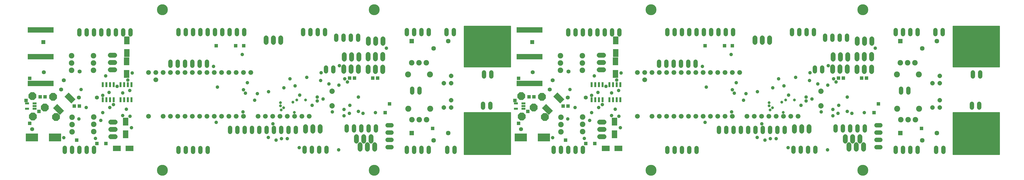
<source format=gbs>
G75*
%MOIN*%
%OFA0B0*%
%FSLAX25Y25*%
%IPPOS*%
%LPD*%
%AMOC8*
5,1,8,0,0,1.08239X$1,22.5*
%
%ADD10C,0.01600*%
%ADD11R,0.07800X0.10700*%
%ADD12R,0.10700X0.07800*%
%ADD13C,0.06800*%
%ADD14OC8,0.10800*%
%ADD15C,0.06600*%
%ADD16C,0.07550*%
%ADD17R,0.02900X0.07100*%
%ADD18C,0.07300*%
%ADD19C,0.06000*%
%ADD20R,0.16548X0.10643*%
%ADD21R,0.35800X0.07800*%
%ADD22R,0.06343X0.06343*%
%ADD23C,0.06343*%
%ADD24OC8,0.06000*%
%ADD25C,0.08200*%
%ADD26R,0.04737X0.05131*%
%ADD27R,0.07887X0.13398*%
%ADD28R,0.05524X0.03162*%
%ADD29C,0.14973*%
%ADD30C,0.04762*%
%ADD31R,0.04762X0.04762*%
%ADD32C,0.03900*%
%ADD33C,0.05550*%
%ADD34R,0.05550X0.05550*%
%ADD35R,0.03900X0.03900*%
D10*
X0719526Y0125902D02*
X0719526Y0182988D01*
X0782518Y0182988D01*
X0782518Y0125902D01*
X0719526Y0125902D01*
X0719526Y0127130D02*
X0782518Y0127130D01*
X0782518Y0128729D02*
X0719526Y0128729D01*
X0719526Y0130327D02*
X0782518Y0130327D01*
X0782518Y0131926D02*
X0719526Y0131926D01*
X0719526Y0133524D02*
X0782518Y0133524D01*
X0782518Y0135123D02*
X0719526Y0135123D01*
X0719526Y0136721D02*
X0782518Y0136721D01*
X0782518Y0138320D02*
X0719526Y0138320D01*
X0719526Y0139918D02*
X0782518Y0139918D01*
X0782518Y0141517D02*
X0719526Y0141517D01*
X0719526Y0143115D02*
X0782518Y0143115D01*
X0782518Y0144714D02*
X0719526Y0144714D01*
X0719526Y0146312D02*
X0782518Y0146312D01*
X0782518Y0147911D02*
X0719526Y0147911D01*
X0719526Y0149509D02*
X0782518Y0149509D01*
X0782518Y0151108D02*
X0719526Y0151108D01*
X0719526Y0152706D02*
X0782518Y0152706D01*
X0782518Y0154305D02*
X0719526Y0154305D01*
X0719526Y0155903D02*
X0782518Y0155903D01*
X0782518Y0157502D02*
X0719526Y0157502D01*
X0719526Y0159100D02*
X0782518Y0159100D01*
X0782518Y0160699D02*
X0719526Y0160699D01*
X0719526Y0162297D02*
X0782518Y0162297D01*
X0782518Y0163896D02*
X0719526Y0163896D01*
X0719526Y0165494D02*
X0782518Y0165494D01*
X0782518Y0167093D02*
X0719526Y0167093D01*
X0719526Y0168691D02*
X0782518Y0168691D01*
X0782518Y0170290D02*
X0719526Y0170290D01*
X0719526Y0171888D02*
X0782518Y0171888D01*
X0782518Y0173487D02*
X0719526Y0173487D01*
X0719526Y0175085D02*
X0782518Y0175085D01*
X0782518Y0176684D02*
X0719526Y0176684D01*
X0719526Y0178282D02*
X0782518Y0178282D01*
X0782518Y0179881D02*
X0719526Y0179881D01*
X0719526Y0181479D02*
X0782518Y0181479D01*
X0782518Y0245980D02*
X0719526Y0245980D01*
X0719526Y0301098D01*
X0782518Y0301098D01*
X0782518Y0245980D01*
X0782518Y0247018D02*
X0719526Y0247018D01*
X0719526Y0248617D02*
X0782518Y0248617D01*
X0782518Y0250215D02*
X0719526Y0250215D01*
X0719526Y0251814D02*
X0782518Y0251814D01*
X0782518Y0253412D02*
X0719526Y0253412D01*
X0719526Y0255011D02*
X0782518Y0255011D01*
X0782518Y0256610D02*
X0719526Y0256610D01*
X0719526Y0258208D02*
X0782518Y0258208D01*
X0782518Y0259807D02*
X0719526Y0259807D01*
X0719526Y0261405D02*
X0782518Y0261405D01*
X0782518Y0263004D02*
X0719526Y0263004D01*
X0719526Y0264602D02*
X0782518Y0264602D01*
X0782518Y0266201D02*
X0719526Y0266201D01*
X0719526Y0267799D02*
X0782518Y0267799D01*
X0782518Y0269398D02*
X0719526Y0269398D01*
X0719526Y0270996D02*
X0782518Y0270996D01*
X0782518Y0272595D02*
X0719526Y0272595D01*
X0719526Y0274193D02*
X0782518Y0274193D01*
X0782518Y0275792D02*
X0719526Y0275792D01*
X0719526Y0277390D02*
X0782518Y0277390D01*
X0782518Y0278989D02*
X0719526Y0278989D01*
X0719526Y0280587D02*
X0782518Y0280587D01*
X0782518Y0282186D02*
X0719526Y0282186D01*
X0719526Y0283784D02*
X0782518Y0283784D01*
X0782518Y0285383D02*
X0719526Y0285383D01*
X0719526Y0286981D02*
X0782518Y0286981D01*
X0782518Y0288580D02*
X0719526Y0288580D01*
X0719526Y0290178D02*
X0782518Y0290178D01*
X0782518Y0291777D02*
X0719526Y0291777D01*
X0719526Y0293375D02*
X0782518Y0293375D01*
X0782518Y0294974D02*
X0719526Y0294974D01*
X0719526Y0296572D02*
X0782518Y0296572D01*
X0782518Y0298171D02*
X0719526Y0298171D01*
X0719526Y0299769D02*
X0782518Y0299769D01*
X1388817Y0299769D02*
X1451809Y0299769D01*
X1451809Y0301098D02*
X1388817Y0301098D01*
X1388817Y0245980D01*
X1451809Y0245980D01*
X1451809Y0301098D01*
X1451809Y0298171D02*
X1388817Y0298171D01*
X1388817Y0296572D02*
X1451809Y0296572D01*
X1451809Y0294974D02*
X1388817Y0294974D01*
X1388817Y0293375D02*
X1451809Y0293375D01*
X1451809Y0291777D02*
X1388817Y0291777D01*
X1388817Y0290178D02*
X1451809Y0290178D01*
X1451809Y0288580D02*
X1388817Y0288580D01*
X1388817Y0286981D02*
X1451809Y0286981D01*
X1451809Y0285383D02*
X1388817Y0285383D01*
X1388817Y0283784D02*
X1451809Y0283784D01*
X1451809Y0282186D02*
X1388817Y0282186D01*
X1388817Y0280587D02*
X1451809Y0280587D01*
X1451809Y0278989D02*
X1388817Y0278989D01*
X1388817Y0277390D02*
X1451809Y0277390D01*
X1451809Y0275792D02*
X1388817Y0275792D01*
X1388817Y0274193D02*
X1451809Y0274193D01*
X1451809Y0272595D02*
X1388817Y0272595D01*
X1388817Y0270996D02*
X1451809Y0270996D01*
X1451809Y0269398D02*
X1388817Y0269398D01*
X1388817Y0267799D02*
X1451809Y0267799D01*
X1451809Y0266201D02*
X1388817Y0266201D01*
X1388817Y0264602D02*
X1451809Y0264602D01*
X1451809Y0263004D02*
X1388817Y0263004D01*
X1388817Y0261405D02*
X1451809Y0261405D01*
X1451809Y0259807D02*
X1388817Y0259807D01*
X1388817Y0258208D02*
X1451809Y0258208D01*
X1451809Y0256610D02*
X1388817Y0256610D01*
X1388817Y0255011D02*
X1451809Y0255011D01*
X1451809Y0253412D02*
X1388817Y0253412D01*
X1388817Y0251814D02*
X1451809Y0251814D01*
X1451809Y0250215D02*
X1388817Y0250215D01*
X1388817Y0248617D02*
X1451809Y0248617D01*
X1451809Y0247018D02*
X1388817Y0247018D01*
X1388817Y0182988D02*
X1388817Y0125902D01*
X1451809Y0125902D01*
X1451809Y0182988D01*
X1388817Y0182988D01*
X1388817Y0181479D02*
X1451809Y0181479D01*
X1451809Y0179881D02*
X1388817Y0179881D01*
X1388817Y0178282D02*
X1451809Y0178282D01*
X1451809Y0176684D02*
X1388817Y0176684D01*
X1388817Y0175085D02*
X1451809Y0175085D01*
X1451809Y0173487D02*
X1388817Y0173487D01*
X1388817Y0171888D02*
X1451809Y0171888D01*
X1451809Y0170290D02*
X1388817Y0170290D01*
X1388817Y0168691D02*
X1451809Y0168691D01*
X1451809Y0167093D02*
X1388817Y0167093D01*
X1388817Y0165494D02*
X1451809Y0165494D01*
X1451809Y0163896D02*
X1388817Y0163896D01*
X1388817Y0162297D02*
X1451809Y0162297D01*
X1451809Y0160699D02*
X1388817Y0160699D01*
X1388817Y0159100D02*
X1451809Y0159100D01*
X1451809Y0157502D02*
X1388817Y0157502D01*
X1388817Y0155903D02*
X1451809Y0155903D01*
X1451809Y0154305D02*
X1388817Y0154305D01*
X1388817Y0152706D02*
X1451809Y0152706D01*
X1451809Y0151108D02*
X1388817Y0151108D01*
X1388817Y0149509D02*
X1451809Y0149509D01*
X1451809Y0147911D02*
X1388817Y0147911D01*
X1388817Y0146312D02*
X1451809Y0146312D01*
X1451809Y0144714D02*
X1388817Y0144714D01*
X1388817Y0143115D02*
X1451809Y0143115D01*
X1451809Y0141517D02*
X1388817Y0141517D01*
X1388817Y0139918D02*
X1451809Y0139918D01*
X1451809Y0138320D02*
X1388817Y0138320D01*
X1388817Y0136721D02*
X1451809Y0136721D01*
X1451809Y0135123D02*
X1388817Y0135123D01*
X1388817Y0133524D02*
X1451809Y0133524D01*
X1451809Y0131926D02*
X1388817Y0131926D01*
X1388817Y0130327D02*
X1451809Y0130327D01*
X1451809Y0128729D02*
X1388817Y0128729D01*
X1388817Y0127130D02*
X1451809Y0127130D01*
D11*
X0925058Y0153320D03*
X0925058Y0170720D03*
X0926415Y0235910D03*
X0926415Y0253310D03*
X0926691Y0264613D03*
X0926691Y0282013D03*
X0257400Y0282013D03*
X0257400Y0264613D03*
X0257124Y0253310D03*
X0257124Y0235910D03*
X0255767Y0170720D03*
X0255767Y0153320D03*
D12*
X0261243Y0133961D03*
X0243843Y0133961D03*
X0913134Y0133961D03*
X0930534Y0133961D03*
D13*
X0910872Y0149988D02*
X0904872Y0149988D01*
X0904872Y0159988D02*
X0910872Y0159988D01*
X0910872Y0169988D02*
X0904872Y0169988D01*
X1171363Y0163490D02*
X1171363Y0157490D01*
X1181363Y0157490D02*
X1181363Y0163490D01*
X1191363Y0163490D02*
X1191363Y0157490D01*
X1241285Y0149955D02*
X1241285Y0143955D01*
X1246085Y0138744D02*
X1246085Y0132744D01*
X1256085Y0132744D02*
X1256085Y0138744D01*
X1251285Y0143955D02*
X1251285Y0149955D01*
X1261285Y0149955D02*
X1261285Y0143955D01*
X1266085Y0138744D02*
X1266085Y0132744D01*
X1267266Y0239366D02*
X1267266Y0245366D01*
X1277266Y0245366D02*
X1277266Y0239366D01*
X1257266Y0239366D02*
X1257266Y0245366D01*
X1243801Y0245681D02*
X1243801Y0239681D01*
X1233801Y0239681D02*
X1233801Y0245681D01*
X1223801Y0245681D02*
X1223801Y0239681D01*
X1224589Y0256374D02*
X1224589Y0262374D01*
X1234589Y0262374D02*
X1234589Y0256374D01*
X1244589Y0256374D02*
X1244589Y0262374D01*
X1257266Y0262453D02*
X1257266Y0256453D01*
X1267266Y0256453D02*
X1267266Y0262453D01*
X1277266Y0262453D02*
X1277266Y0256453D01*
X1277392Y0277835D02*
X1277392Y0283835D01*
X1267392Y0283835D02*
X1267392Y0277835D01*
X1257392Y0277835D02*
X1257392Y0283835D01*
X1137404Y0285382D02*
X1137404Y0279382D01*
X1127404Y0279382D02*
X1127404Y0285382D01*
X1117404Y0285382D02*
X1117404Y0279382D01*
X0910085Y0261650D02*
X0904085Y0261650D01*
X0904085Y0251650D02*
X0910085Y0251650D01*
X0910085Y0241650D02*
X0904085Y0241650D01*
X0607974Y0239366D02*
X0607974Y0245366D01*
X0597974Y0245366D02*
X0597974Y0239366D01*
X0587974Y0239366D02*
X0587974Y0245366D01*
X0574510Y0245681D02*
X0574510Y0239681D01*
X0564510Y0239681D02*
X0564510Y0245681D01*
X0554510Y0245681D02*
X0554510Y0239681D01*
X0555297Y0256374D02*
X0555297Y0262374D01*
X0565297Y0262374D02*
X0565297Y0256374D01*
X0575297Y0256374D02*
X0575297Y0262374D01*
X0587974Y0262453D02*
X0587974Y0256453D01*
X0597974Y0256453D02*
X0597974Y0262453D01*
X0607974Y0262453D02*
X0607974Y0256453D01*
X0608100Y0277835D02*
X0608100Y0283835D01*
X0598100Y0283835D02*
X0598100Y0277835D01*
X0588100Y0277835D02*
X0588100Y0283835D01*
X0468112Y0285382D02*
X0468112Y0279382D01*
X0458112Y0279382D02*
X0458112Y0285382D01*
X0448112Y0285382D02*
X0448112Y0279382D01*
X0240793Y0261650D02*
X0234793Y0261650D01*
X0234793Y0251650D02*
X0240793Y0251650D01*
X0240793Y0241650D02*
X0234793Y0241650D01*
X0235581Y0169988D02*
X0241581Y0169988D01*
X0241581Y0159988D02*
X0235581Y0159988D01*
X0235581Y0149988D02*
X0241581Y0149988D01*
X0502072Y0157490D02*
X0502072Y0163490D01*
X0512072Y0163490D02*
X0512072Y0157490D01*
X0522072Y0157490D02*
X0522072Y0163490D01*
X0571993Y0149955D02*
X0571993Y0143955D01*
X0576793Y0138744D02*
X0576793Y0132744D01*
X0586793Y0132744D02*
X0586793Y0138744D01*
X0581993Y0143955D02*
X0581993Y0149955D01*
X0591993Y0149955D02*
X0591993Y0143955D01*
X0596793Y0138744D02*
X0596793Y0132744D01*
D14*
X0798305Y0177516D03*
X0829801Y0176807D03*
X0814407Y0189878D03*
X0825707Y0204484D03*
X0797360Y0205665D03*
X0160510Y0176807D03*
X0145116Y0189878D03*
X0129014Y0177516D03*
X0128069Y0205665D03*
X0156415Y0204484D03*
D15*
X0287100Y0177862D03*
X0307100Y0177862D03*
X0317100Y0177862D03*
X0327100Y0177862D03*
X0337100Y0177862D03*
X0347100Y0177862D03*
X0357100Y0177862D03*
X0367100Y0177862D03*
X0377100Y0177862D03*
X0387100Y0177862D03*
X0397100Y0177862D03*
X0407100Y0177862D03*
X0417100Y0177862D03*
X0437100Y0177862D03*
X0447100Y0177862D03*
X0457100Y0177862D03*
X0467100Y0177862D03*
X0477100Y0177862D03*
X0487100Y0177862D03*
X0497100Y0177862D03*
X0507100Y0177862D03*
X0297100Y0227862D03*
X0297100Y0237862D03*
X0287100Y0237862D03*
X0307100Y0237862D03*
X0317100Y0237862D03*
X0327100Y0237862D03*
X0337100Y0237862D03*
X0347100Y0237862D03*
X0357100Y0237862D03*
X0367100Y0237862D03*
X0377100Y0237862D03*
X0387100Y0237862D03*
X0397100Y0237862D03*
X0407100Y0237862D03*
X0417100Y0237862D03*
X0427100Y0237862D03*
X0956392Y0237862D03*
X0966392Y0237862D03*
X0976392Y0237862D03*
X0986392Y0237862D03*
X0996392Y0237862D03*
X1006392Y0237862D03*
X1016392Y0237862D03*
X1026392Y0237862D03*
X1036392Y0237862D03*
X1046392Y0237862D03*
X1056392Y0237862D03*
X1066392Y0237862D03*
X1076392Y0237862D03*
X1086392Y0237862D03*
X1096392Y0237862D03*
X0966392Y0227862D03*
X0976392Y0177862D03*
X0986392Y0177862D03*
X0996392Y0177862D03*
X1006392Y0177862D03*
X1016392Y0177862D03*
X1026392Y0177862D03*
X1036392Y0177862D03*
X1046392Y0177862D03*
X1056392Y0177862D03*
X1066392Y0177862D03*
X1076392Y0177862D03*
X1086392Y0177862D03*
X1106392Y0177862D03*
X1116392Y0177862D03*
X1126392Y0177862D03*
X1136392Y0177862D03*
X1146392Y0177862D03*
X1156392Y0177862D03*
X1166392Y0177862D03*
X1176392Y0177862D03*
X0956392Y0177862D03*
D16*
X0881376Y0177043D03*
X0851967Y0176650D03*
X0851967Y0166650D03*
X0881376Y0167043D03*
X0881376Y0157043D03*
X0851967Y0156650D03*
X0667852Y0173146D03*
X0657852Y0173146D03*
X0647852Y0173146D03*
X0851289Y0240862D03*
X0881085Y0240941D03*
X0881085Y0250941D03*
X0851289Y0250862D03*
X0851289Y0260862D03*
X0881085Y0260941D03*
X0667360Y0251394D03*
X0657360Y0251394D03*
X0647360Y0251394D03*
X0211793Y0250941D03*
X0181998Y0250862D03*
X0181998Y0240862D03*
X0211793Y0240941D03*
X0211793Y0260941D03*
X0181998Y0260862D03*
X0182675Y0176650D03*
X0212085Y0177043D03*
X0212085Y0167043D03*
X0182675Y0166650D03*
X0182675Y0156650D03*
X0212085Y0157043D03*
X1317144Y0173146D03*
X1327144Y0173146D03*
X1337144Y0173146D03*
X1336652Y0251394D03*
X1326652Y0251394D03*
X1316652Y0251394D03*
D17*
X0933246Y0221312D03*
X0928246Y0221312D03*
X0923246Y0221312D03*
X0918246Y0221312D03*
X0908837Y0221312D03*
X0903837Y0221312D03*
X0898837Y0221312D03*
X0893837Y0221312D03*
X0893837Y0200412D03*
X0898837Y0200412D03*
X0903837Y0200412D03*
X0908837Y0200412D03*
X0918246Y0200412D03*
X0923246Y0200412D03*
X0928246Y0200412D03*
X0933246Y0200412D03*
X0263955Y0200412D03*
X0258955Y0200412D03*
X0253955Y0200412D03*
X0248955Y0200412D03*
X0239545Y0200412D03*
X0234545Y0200412D03*
X0229545Y0200412D03*
X0224545Y0200412D03*
X0224545Y0221312D03*
X0229545Y0221312D03*
X0234545Y0221312D03*
X0239545Y0221312D03*
X0248955Y0221312D03*
X0253955Y0221312D03*
X0258955Y0221312D03*
X0263955Y0221312D03*
D18*
X0538435Y0212185D03*
X0538435Y0192185D03*
X1207726Y0192185D03*
X1207726Y0212185D03*
D19*
X1209526Y0239443D02*
X1209526Y0244643D01*
X1199526Y0244643D02*
X1199526Y0239443D01*
X1317636Y0215608D02*
X1317636Y0210408D01*
X1327636Y0210408D02*
X1327636Y0215608D01*
X1414585Y0194939D02*
X1414585Y0189739D01*
X1424585Y0189739D02*
X1424585Y0194939D01*
X1289055Y0165429D02*
X1283855Y0165429D01*
X1267959Y0163738D02*
X1267959Y0158538D01*
X1257959Y0158538D02*
X1257959Y0163738D01*
X1247959Y0163738D02*
X1247959Y0158538D01*
X1237959Y0158538D02*
X1237959Y0163738D01*
X1227959Y0163738D02*
X1227959Y0158538D01*
X1283855Y0155429D02*
X1289055Y0155429D01*
X1289055Y0145429D02*
X1283855Y0145429D01*
X1283855Y0135429D02*
X1289055Y0135429D01*
X1310254Y0134407D02*
X1310254Y0129207D01*
X1320254Y0129207D02*
X1320254Y0134407D01*
X1330254Y0134407D02*
X1330254Y0129207D01*
X1340254Y0129207D02*
X1340254Y0134407D01*
X1365372Y0134407D02*
X1365372Y0129207D01*
X1375372Y0129207D02*
X1375372Y0134407D01*
X1200230Y0134607D02*
X1200230Y0129407D01*
X1190230Y0129407D02*
X1190230Y0134607D01*
X1180230Y0134607D02*
X1180230Y0129407D01*
X1170230Y0129407D02*
X1170230Y0134607D01*
X1158176Y0156566D02*
X1158176Y0161766D01*
X1148176Y0161766D02*
X1148176Y0156566D01*
X1138176Y0156566D02*
X1138176Y0161766D01*
X1128176Y0161766D02*
X1128176Y0156566D01*
X1118176Y0156566D02*
X1118176Y0161766D01*
X1108176Y0161766D02*
X1108176Y0156566D01*
X1098176Y0156566D02*
X1098176Y0161766D01*
X1088176Y0161766D02*
X1088176Y0156566D01*
X1078176Y0156566D02*
X1078176Y0161766D01*
X1068176Y0161766D02*
X1068176Y0156566D01*
X1037427Y0134293D02*
X1037427Y0129093D01*
X1027427Y0129093D02*
X1027427Y0134293D01*
X1017427Y0134293D02*
X1017427Y0129093D01*
X1007427Y0129093D02*
X1007427Y0134293D01*
X0997427Y0134293D02*
X0997427Y0129093D01*
X0881886Y0129233D02*
X0881886Y0134433D01*
X0871886Y0134433D02*
X0871886Y0129233D01*
X0861886Y0129233D02*
X0861886Y0134433D01*
X0851886Y0134433D02*
X0851886Y0129233D01*
X0841886Y0129233D02*
X0841886Y0134433D01*
X0706081Y0134407D02*
X0706081Y0129207D01*
X0696081Y0129207D02*
X0696081Y0134407D01*
X0670963Y0134407D02*
X0670963Y0129207D01*
X0660963Y0129207D02*
X0660963Y0134407D01*
X0650963Y0134407D02*
X0650963Y0129207D01*
X0640963Y0129207D02*
X0640963Y0134407D01*
X0619763Y0135429D02*
X0614563Y0135429D01*
X0614563Y0145429D02*
X0619763Y0145429D01*
X0619763Y0155429D02*
X0614563Y0155429D01*
X0598667Y0158538D02*
X0598667Y0163738D01*
X0588667Y0163738D02*
X0588667Y0158538D01*
X0578667Y0158538D02*
X0578667Y0163738D01*
X0568667Y0163738D02*
X0568667Y0158538D01*
X0558667Y0158538D02*
X0558667Y0163738D01*
X0614563Y0165429D02*
X0619763Y0165429D01*
X0530938Y0134607D02*
X0530938Y0129407D01*
X0520938Y0129407D02*
X0520938Y0134607D01*
X0510938Y0134607D02*
X0510938Y0129407D01*
X0500938Y0129407D02*
X0500938Y0134607D01*
X0488885Y0156566D02*
X0488885Y0161766D01*
X0478885Y0161766D02*
X0478885Y0156566D01*
X0468885Y0156566D02*
X0468885Y0161766D01*
X0458885Y0161766D02*
X0458885Y0156566D01*
X0448885Y0156566D02*
X0448885Y0161766D01*
X0438885Y0161766D02*
X0438885Y0156566D01*
X0428885Y0156566D02*
X0428885Y0161766D01*
X0418885Y0161766D02*
X0418885Y0156566D01*
X0408885Y0156566D02*
X0408885Y0161766D01*
X0398885Y0161766D02*
X0398885Y0156566D01*
X0368136Y0134293D02*
X0368136Y0129093D01*
X0358136Y0129093D02*
X0358136Y0134293D01*
X0348136Y0134293D02*
X0348136Y0129093D01*
X0338136Y0129093D02*
X0338136Y0134293D01*
X0328136Y0134293D02*
X0328136Y0129093D01*
X0212595Y0129233D02*
X0212595Y0134433D01*
X0202595Y0134433D02*
X0202595Y0129233D01*
X0192595Y0129233D02*
X0192595Y0134433D01*
X0182595Y0134433D02*
X0182595Y0129233D01*
X0172595Y0129233D02*
X0172595Y0134433D01*
X0530234Y0239443D02*
X0530234Y0244643D01*
X0540234Y0244643D02*
X0540234Y0239443D01*
X0648344Y0215608D02*
X0648344Y0210408D01*
X0658344Y0210408D02*
X0658344Y0215608D01*
X0745293Y0194939D02*
X0745293Y0189739D01*
X0755293Y0189739D02*
X0755293Y0194939D01*
X0756437Y0232683D02*
X0756437Y0237883D01*
X0746437Y0237883D02*
X0746437Y0232683D01*
X0574211Y0283010D02*
X0574211Y0288210D01*
X0564211Y0288210D02*
X0564211Y0283010D01*
X0554211Y0283010D02*
X0554211Y0288210D01*
X0544211Y0288210D02*
X0544211Y0283010D01*
X0528738Y0290624D02*
X0528738Y0295824D01*
X0518738Y0295824D02*
X0518738Y0290624D01*
X0508738Y0290624D02*
X0508738Y0295824D01*
X0498738Y0295824D02*
X0498738Y0290624D01*
X0418069Y0290624D02*
X0418069Y0295824D01*
X0408069Y0295824D02*
X0408069Y0290624D01*
X0398069Y0290624D02*
X0398069Y0295824D01*
X0388069Y0295824D02*
X0388069Y0290624D01*
X0378069Y0290624D02*
X0378069Y0295824D01*
X0368069Y0295824D02*
X0368069Y0290624D01*
X0358069Y0290624D02*
X0358069Y0295824D01*
X0348069Y0295824D02*
X0348069Y0290624D01*
X0338069Y0290624D02*
X0338069Y0295824D01*
X0328069Y0295824D02*
X0328069Y0290624D01*
X0262595Y0290333D02*
X0262595Y0295533D01*
X0252595Y0295533D02*
X0252595Y0290333D01*
X0242595Y0290333D02*
X0242595Y0295533D01*
X0232595Y0295533D02*
X0232595Y0290333D01*
X0222595Y0290333D02*
X0222595Y0295533D01*
X0212595Y0295533D02*
X0212595Y0290333D01*
X0202595Y0290333D02*
X0202595Y0295533D01*
X0192595Y0295533D02*
X0192595Y0290333D01*
X0317065Y0252517D02*
X0317065Y0247317D01*
X0327065Y0247317D02*
X0327065Y0252517D01*
X0337065Y0252517D02*
X0337065Y0247317D01*
X0347065Y0247317D02*
X0347065Y0252517D01*
X0357065Y0252517D02*
X0357065Y0247317D01*
X0367065Y0247317D02*
X0367065Y0252517D01*
X0640963Y0290624D02*
X0640963Y0295824D01*
X0650963Y0295824D02*
X0650963Y0290624D01*
X0660963Y0290624D02*
X0660963Y0295824D01*
X0670963Y0295824D02*
X0670963Y0290624D01*
X0695077Y0290624D02*
X0695077Y0295824D01*
X0705077Y0295824D02*
X0705077Y0290624D01*
X0861886Y0290333D02*
X0861886Y0295533D01*
X0871886Y0295533D02*
X0871886Y0290333D01*
X0881886Y0290333D02*
X0881886Y0295533D01*
X0891886Y0295533D02*
X0891886Y0290333D01*
X0901886Y0290333D02*
X0901886Y0295533D01*
X0911886Y0295533D02*
X0911886Y0290333D01*
X0921886Y0290333D02*
X0921886Y0295533D01*
X0931886Y0295533D02*
X0931886Y0290333D01*
X0997360Y0290624D02*
X0997360Y0295824D01*
X1007360Y0295824D02*
X1007360Y0290624D01*
X1017360Y0290624D02*
X1017360Y0295824D01*
X1027360Y0295824D02*
X1027360Y0290624D01*
X1037360Y0290624D02*
X1037360Y0295824D01*
X1047360Y0295824D02*
X1047360Y0290624D01*
X1057360Y0290624D02*
X1057360Y0295824D01*
X1067360Y0295824D02*
X1067360Y0290624D01*
X1077360Y0290624D02*
X1077360Y0295824D01*
X1087360Y0295824D02*
X1087360Y0290624D01*
X1168030Y0290624D02*
X1168030Y0295824D01*
X1178030Y0295824D02*
X1178030Y0290624D01*
X1188030Y0290624D02*
X1188030Y0295824D01*
X1198030Y0295824D02*
X1198030Y0290624D01*
X1213502Y0288210D02*
X1213502Y0283010D01*
X1223502Y0283010D02*
X1223502Y0288210D01*
X1233502Y0288210D02*
X1233502Y0283010D01*
X1243502Y0283010D02*
X1243502Y0288210D01*
X1310254Y0290624D02*
X1310254Y0295824D01*
X1320254Y0295824D02*
X1320254Y0290624D01*
X1330254Y0290624D02*
X1330254Y0295824D01*
X1340254Y0295824D02*
X1340254Y0290624D01*
X1364368Y0290624D02*
X1364368Y0295824D01*
X1374368Y0295824D02*
X1374368Y0290624D01*
X1415729Y0237883D02*
X1415729Y0232683D01*
X1425729Y0232683D02*
X1425729Y0237883D01*
X1036356Y0247317D02*
X1036356Y0252517D01*
X1026356Y0252517D02*
X1026356Y0247317D01*
X1016356Y0247317D02*
X1016356Y0252517D01*
X1006356Y0252517D02*
X1006356Y0247317D01*
X0996356Y0247317D02*
X0996356Y0252517D01*
X0986356Y0252517D02*
X0986356Y0247317D01*
D20*
X0828447Y0148933D03*
X0796951Y0148933D03*
X0159156Y0148933D03*
X0127659Y0148933D03*
D21*
X0139439Y0222988D03*
X0139439Y0259602D03*
X0139439Y0296295D03*
X0808730Y0296295D03*
X0808730Y0259602D03*
X0808730Y0222988D03*
D22*
X0647380Y0280843D03*
X0647380Y0154858D03*
X1316671Y0154858D03*
X1316671Y0280843D03*
D23*
X1346671Y0270843D03*
X1366671Y0280843D03*
X1366671Y0154858D03*
X1346671Y0144858D03*
X0697380Y0154858D03*
X0677380Y0144858D03*
X0677380Y0270843D03*
X0697380Y0280843D03*
D24*
X0701396Y0233264D03*
X0701396Y0223264D03*
X0691396Y0223264D03*
X0701396Y0199799D03*
X0701396Y0189799D03*
X0691396Y0189799D03*
X1360687Y0189799D03*
X1370687Y0189799D03*
X1370687Y0199799D03*
X1370687Y0223264D03*
X1360687Y0223264D03*
X1370687Y0233264D03*
D25*
X1341809Y0235154D03*
X1311809Y0235154D03*
X1312301Y0188402D03*
X1342301Y0188402D03*
X0673010Y0188402D03*
X0643010Y0188402D03*
X0642518Y0235154D03*
X0672518Y0235154D03*
D26*
X0600825Y0230232D03*
X0594132Y0230232D03*
X0569329Y0230232D03*
X0562636Y0230232D03*
X0808207Y0204642D03*
X0814900Y0204642D03*
X0854959Y0191846D03*
X0861652Y0191846D03*
X1231927Y0230232D03*
X1238620Y0230232D03*
X1263423Y0230232D03*
X1270116Y0230232D03*
X0192360Y0191846D03*
X0185667Y0191846D03*
X0145608Y0204642D03*
X0138915Y0204642D03*
D27*
G36*
X0172136Y0204982D02*
X0177713Y0210559D01*
X0187186Y0201086D01*
X0181609Y0195509D01*
X0172136Y0204982D01*
G37*
G36*
X0156546Y0189392D02*
X0162123Y0194969D01*
X0171596Y0185496D01*
X0166019Y0179919D01*
X0156546Y0189392D01*
G37*
G36*
X0825838Y0189392D02*
X0831415Y0194969D01*
X0840888Y0185496D01*
X0835311Y0179919D01*
X0825838Y0189392D01*
G37*
G36*
X0841428Y0204982D02*
X0847005Y0210559D01*
X0856478Y0201086D01*
X0850901Y0195509D01*
X0841428Y0204982D01*
G37*
D28*
X0800455Y0195587D03*
X0800455Y0191846D03*
X0800455Y0188106D03*
X0790171Y0188106D03*
X0790171Y0195587D03*
X0131163Y0195587D03*
X0131163Y0191846D03*
X0131163Y0188106D03*
X0120880Y0188106D03*
X0120880Y0195587D03*
D29*
X0306195Y0103933D03*
X0596195Y0103933D03*
X0975195Y0103933D03*
X1265195Y0103933D03*
X1265195Y0323933D03*
X0975195Y0323933D03*
X0596195Y0323933D03*
X0306195Y0323933D03*
D30*
X0415486Y0262457D03*
X0376163Y0246370D03*
X0422636Y0224028D03*
X0417274Y0214197D03*
X0419955Y0209728D03*
X0436041Y0208835D03*
X0451566Y0211516D03*
X0472683Y0216878D03*
X0487876Y0219559D03*
X0523022Y0226760D03*
X0534348Y0222240D03*
X0547754Y0220453D03*
X0559372Y0224921D03*
X0555797Y0229390D03*
X0523624Y0237433D03*
X0503963Y0231177D03*
X0480726Y0229390D03*
X0548648Y0247264D03*
X0612994Y0271394D03*
X0381526Y0217772D03*
X0432467Y0199898D03*
X0416380Y0183811D03*
X0379832Y0169512D03*
X0457490Y0167724D03*
X0451234Y0148957D03*
X0461959Y0145382D03*
X0469108Y0147169D03*
X0477152Y0147169D03*
X0493644Y0134764D03*
X0547478Y0132008D03*
X0554904Y0178449D03*
X0562053Y0182024D03*
X0574565Y0184705D03*
X0580821Y0182024D03*
X0597801Y0182917D03*
X0562947Y0192748D03*
X0554904Y0187386D03*
X0538911Y0183811D03*
X0511112Y0192748D03*
X0518262Y0199004D03*
X0526305Y0201685D03*
X0518262Y0204366D03*
X0494132Y0207047D03*
X0574565Y0204366D03*
X0840589Y0148539D03*
X0883896Y0147555D03*
X0933311Y0162103D03*
X0891278Y0172161D03*
X0861258Y0174130D03*
X0893738Y0182988D03*
X0903581Y0189878D03*
X0926219Y0187559D03*
X0908502Y0193815D03*
X0893738Y0206610D03*
X0902596Y0210547D03*
X0921297Y0210055D03*
X0930920Y0213194D03*
X0913423Y0218974D03*
X0928187Y0227464D03*
X0897675Y0233185D03*
X0934093Y0237122D03*
X0864211Y0214484D03*
X0871100Y0189878D03*
X0921297Y0178933D03*
X0931140Y0177812D03*
X1049123Y0169512D03*
X1085671Y0183811D03*
X1101758Y0199898D03*
X1105333Y0208835D03*
X1120857Y0211516D03*
X1141974Y0216878D03*
X1157167Y0219559D03*
X1192313Y0226760D03*
X1203640Y0222240D03*
X1217045Y0220453D03*
X1228663Y0224921D03*
X1225089Y0229390D03*
X1192915Y0237433D03*
X1173254Y0231177D03*
X1150018Y0229390D03*
X1091927Y0224028D03*
X1050817Y0217772D03*
X1086565Y0214197D03*
X1089246Y0209728D03*
X1163423Y0207047D03*
X1187553Y0204366D03*
X1195596Y0201685D03*
X1187553Y0199004D03*
X1180404Y0192748D03*
X1208202Y0183811D03*
X1224195Y0187386D03*
X1232238Y0192748D03*
X1243856Y0184705D03*
X1250112Y0182024D03*
X1231344Y0182024D03*
X1224195Y0178449D03*
X1267093Y0182917D03*
X1243856Y0204366D03*
X1126781Y0167724D03*
X1120526Y0148957D03*
X1131250Y0145382D03*
X1138400Y0147169D03*
X1146443Y0147169D03*
X1162936Y0134764D03*
X1216770Y0132008D03*
X1217939Y0247264D03*
X1282285Y0271394D03*
X1084778Y0262457D03*
X1045455Y0246370D03*
X0264801Y0237122D03*
X0258896Y0227464D03*
X0244132Y0218974D03*
X0261628Y0213194D03*
X0252006Y0210055D03*
X0233305Y0210547D03*
X0224447Y0206610D03*
X0194919Y0214484D03*
X0239211Y0193815D03*
X0234289Y0189878D03*
X0224447Y0182988D03*
X0201809Y0189878D03*
X0191967Y0174130D03*
X0221986Y0172161D03*
X0252006Y0178933D03*
X0261848Y0177812D03*
X0256927Y0187559D03*
X0264019Y0162103D03*
X0214604Y0147555D03*
X0171297Y0148539D03*
X0228384Y0233185D03*
D31*
X0124545Y0229740D03*
X0119624Y0199720D03*
X0137341Y0184465D03*
X0124545Y0168224D03*
X0189014Y0145094D03*
X0216573Y0140665D03*
X0228876Y0140665D03*
X0611258Y0182988D03*
X0617163Y0194799D03*
X0676219Y0161335D03*
X0793837Y0168224D03*
X0806632Y0184465D03*
X0788915Y0199720D03*
X0793837Y0229740D03*
X1049250Y0274524D03*
X1075825Y0274524D03*
X1086652Y0274524D03*
X1286455Y0194799D03*
X1280549Y0182988D03*
X1345510Y0161335D03*
X0898167Y0140665D03*
X0885864Y0140665D03*
X0858305Y0145094D03*
X0417360Y0274524D03*
X0406533Y0274524D03*
X0379959Y0274524D03*
D32*
X0484745Y0197233D03*
X0490135Y0200123D03*
X0502345Y0200183D03*
X0467695Y0196433D03*
X0467695Y0192233D03*
X0472085Y0189493D03*
X0468945Y0186433D03*
X0486785Y0183313D03*
X1136986Y0192233D03*
X1136986Y0196433D03*
X1154036Y0197233D03*
X1159426Y0200123D03*
X1171636Y0200183D03*
X1141376Y0189493D03*
X1138236Y0186433D03*
X1156076Y0183313D03*
D33*
X0885864Y0203657D03*
X0861258Y0203657D03*
X0836652Y0214484D03*
X0840589Y0227280D03*
X0862242Y0239091D03*
X0813030Y0238106D03*
X0797281Y0160350D03*
X0216573Y0203657D03*
X0191967Y0203657D03*
X0167360Y0214484D03*
X0171297Y0227280D03*
X0192951Y0239091D03*
X0143738Y0238106D03*
X0127990Y0160350D03*
D34*
X0143246Y0279445D03*
X0812537Y0279445D03*
D35*
X0752894Y0279889D03*
X0750394Y0279889D03*
X0750394Y0282389D03*
X0752894Y0282389D03*
X0752894Y0277389D03*
X0750394Y0277389D03*
X0750394Y0274889D03*
X0750394Y0272389D03*
X0750394Y0269889D03*
X0750394Y0267389D03*
X0750394Y0264889D03*
X0752894Y0264889D03*
X0752894Y0267389D03*
X0752894Y0269889D03*
X0752894Y0272389D03*
X0752894Y0274889D03*
X0751789Y0163165D03*
X0751730Y0160665D03*
X0751730Y0158165D03*
X0751730Y0155665D03*
X0751730Y0153165D03*
X0751730Y0150665D03*
X0751730Y0148165D03*
X0751730Y0145665D03*
X0749230Y0145665D03*
X0749230Y0148165D03*
X0749230Y0150665D03*
X0749230Y0153165D03*
X0749230Y0155665D03*
X0749230Y0158165D03*
X0749230Y0160665D03*
X0749230Y0163165D03*
X1418522Y0163165D03*
X1418522Y0160665D03*
X1418522Y0158165D03*
X1418522Y0155665D03*
X1418522Y0153165D03*
X1418522Y0150665D03*
X1418522Y0148165D03*
X1418522Y0145665D03*
X1421022Y0145665D03*
X1421022Y0148165D03*
X1421022Y0150665D03*
X1421022Y0153165D03*
X1421022Y0155665D03*
X1421022Y0158165D03*
X1421022Y0160665D03*
X1421081Y0163165D03*
X1422185Y0264889D03*
X1419685Y0264889D03*
X1419685Y0267389D03*
X1419685Y0269889D03*
X1419685Y0272389D03*
X1419685Y0274889D03*
X1419685Y0277389D03*
X1419685Y0279889D03*
X1419685Y0282389D03*
X1422185Y0282389D03*
X1422185Y0279889D03*
X1422185Y0277389D03*
X1422185Y0274889D03*
X1422185Y0272389D03*
X1422185Y0269889D03*
X1422185Y0267389D03*
M02*

</source>
